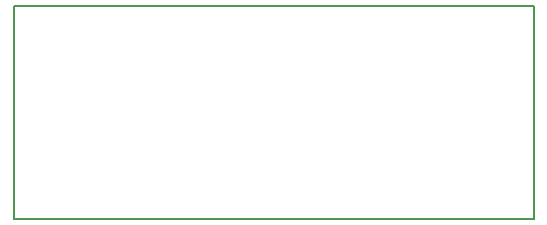
<source format=gbr>
G04 #@! TF.FileFunction,Profile,NP*
%FSLAX46Y46*%
G04 Gerber Fmt 4.6, Leading zero omitted, Abs format (unit mm)*
G04 Created by KiCad (PCBNEW 4.0.7-e2-6376~58~ubuntu16.04.1) date Wed Aug 15 22:40:32 2018*
%MOMM*%
%LPD*%
G01*
G04 APERTURE LIST*
%ADD10C,0.100000*%
%ADD11C,0.150000*%
G04 APERTURE END LIST*
D10*
D11*
X147000000Y-99000000D02*
X191000000Y-99000000D01*
X147000000Y-117000000D02*
X147000000Y-99000000D01*
X191000000Y-117000000D02*
X147000000Y-117000000D01*
X191000000Y-99000000D02*
X191000000Y-117000000D01*
M02*

</source>
